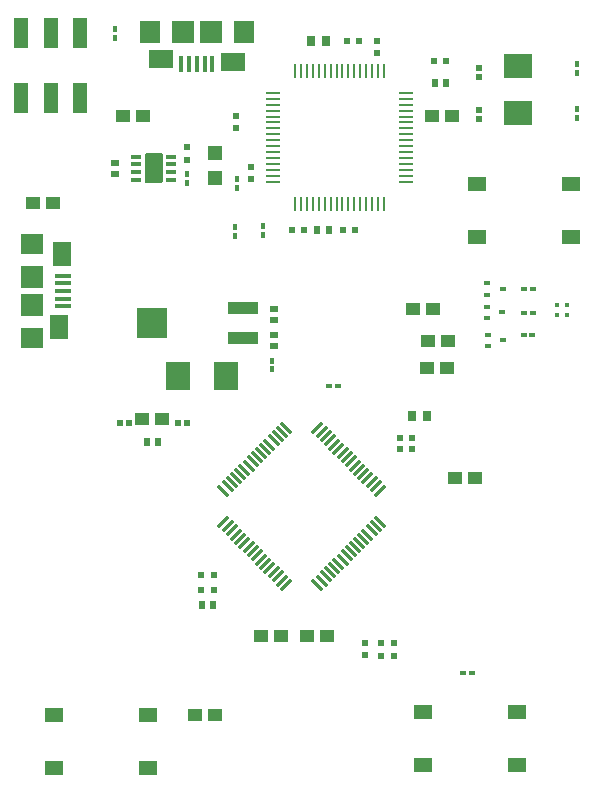
<source format=gtp>
%FSDAX23Y23*%
%MOIN*%
%SFA1B1*%

%IPPOS*%
%AMD37*
4,1,8,-0.016700,0.004900,-0.016700,-0.004900,-0.014700,-0.006900,0.014700,-0.006900,0.016700,-0.004900,0.016700,0.004900,0.014700,0.006900,-0.014700,0.006900,-0.016700,0.004900,0.0*
1,1,0.004000,-0.014700,0.004900*
1,1,0.004000,-0.014700,-0.004900*
1,1,0.004000,0.014700,-0.004900*
1,1,0.004000,0.014700,0.004900*
%
%AMD38*
4,1,8,-0.029500,0.047100,-0.029500,-0.047100,-0.027500,-0.049200,0.027500,-0.049200,0.029500,-0.047100,0.029500,0.047100,0.027500,0.049200,-0.027500,0.049200,-0.029500,0.047100,0.0*
1,1,0.004140,-0.027500,0.047100*
1,1,0.004140,-0.027500,-0.047100*
1,1,0.004140,0.027500,-0.047100*
1,1,0.004140,0.027500,0.047100*
%
%AMD39*
4,1,8,-0.019500,-0.015300,-0.015300,-0.019500,-0.012500,-0.019400,0.019400,0.012500,0.019500,0.015300,0.015300,0.019500,0.012500,0.019400,-0.019400,-0.012500,-0.019500,-0.015300,0.0*
1,1,0.003940,-0.018100,-0.013900*
1,1,0.003940,-0.013900,-0.018100*
1,1,0.003940,0.018100,0.013900*
1,1,0.003940,0.013900,0.018100*
%
%AMD40*
4,1,8,0.015300,-0.019500,0.019500,-0.015300,0.019400,-0.012500,-0.012500,0.019400,-0.015300,0.019500,-0.019500,0.015300,-0.019400,0.012500,0.012500,-0.019400,0.015300,-0.019500,0.0*
1,1,0.003940,0.013900,-0.018100*
1,1,0.003940,0.018100,-0.013900*
1,1,0.003940,-0.013900,0.018100*
1,1,0.003940,-0.018100,0.013900*
%
%AMD41*
4,1,8,0.003000,0.024600,-0.003000,0.024600,-0.004900,0.022600,-0.004900,-0.022600,-0.003000,-0.024600,0.003000,-0.024600,0.004900,-0.022600,0.004900,0.022600,0.003000,0.024600,0.0*
1,1,0.003940,0.003000,0.022600*
1,1,0.003940,-0.003000,0.022600*
1,1,0.003940,-0.003000,-0.022600*
1,1,0.003940,0.003000,-0.022600*
%
%AMD42*
4,1,8,-0.024600,0.003000,-0.024600,-0.003000,-0.022600,-0.004900,0.022600,-0.004900,0.024600,-0.003000,0.024600,0.003000,0.022600,0.004900,-0.022600,0.004900,-0.024600,0.003000,0.0*
1,1,0.003940,-0.022600,0.003000*
1,1,0.003940,-0.022600,-0.003000*
1,1,0.003940,0.022600,-0.003000*
1,1,0.003940,0.022600,0.003000*
%
%ADD15R,0.053150X0.015750*%
%ADD16R,0.062990X0.082680*%
%ADD17R,0.074800X0.070870*%
%ADD18R,0.074800X0.074800*%
%ADD19R,0.070870X0.074800*%
%ADD20R,0.074800X0.074800*%
%ADD21R,0.082680X0.062990*%
%ADD22R,0.015750X0.053150*%
%ADD23R,0.020470X0.021260*%
%ADD24R,0.021260X0.020470*%
%ADD25R,0.078740X0.094490*%
%ADD26R,0.094490X0.078740*%
%ADD27R,0.045530X0.041820*%
%ADD28R,0.019680X0.017720*%
%ADD29R,0.017720X0.019680*%
%ADD30R,0.020000X0.014020*%
%ADD31R,0.029530X0.033470*%
%ADD32R,0.047240X0.047240*%
%ADD33R,0.047240X0.098430*%
%ADD34R,0.061020X0.051180*%
%ADD35R,0.023620X0.025200*%
%ADD36R,0.025200X0.023620*%
G04~CAMADD=37~8~0.0~0.0~137.8~334.7~20.0~0.0~15~0.0~0.0~0.0~0.0~0~0.0~0.0~0.0~0.0~0~0.0~0.0~0.0~90.0~334.0~138.0*
%ADD37D37*%
G04~CAMADD=38~8~0.0~0.0~984.3~590.6~20.7~0.0~15~0.0~0.0~0.0~0.0~0~0.0~0.0~0.0~0.0~0~0.0~0.0~0.0~90.0~590.0~984.0*
%ADD38D38*%
G04~CAMADD=39~8~0.0~0.0~98.4~492.1~19.7~0.0~15~0.0~0.0~0.0~0.0~0~0.0~0.0~0.0~0.0~0~0.0~0.0~0.0~135.0~400.0~400.0*
%ADD39D39*%
G04~CAMADD=40~8~0.0~0.0~98.4~492.1~19.7~0.0~15~0.0~0.0~0.0~0.0~0~0.0~0.0~0.0~0.0~0~0.0~0.0~0.0~225.0~400.0~400.0*
%ADD40D40*%
G04~CAMADD=41~8~0.0~0.0~98.4~492.1~19.7~0.0~15~0.0~0.0~0.0~0.0~0~0.0~0.0~0.0~0.0~0~0.0~0.0~0.0~0.0~98.4~492.1*
%ADD41D41*%
G04~CAMADD=42~8~0.0~0.0~98.4~492.1~19.7~0.0~15~0.0~0.0~0.0~0.0~0~0.0~0.0~0.0~0.0~0~0.0~0.0~0.0~90.0~492.0~98.0*
%ADD42D42*%
%ADD43R,0.023620X0.023620*%
%ADD44R,0.023620X0.023620*%
%ADD45R,0.017720X0.017720*%
%ADD46R,0.098430X0.039370*%
%ADD47R,0.098430X0.098430*%
%LNtivac-1*%
%LPD*%
G54D15*
X00228Y01713D03*
Y01688D03*
Y01662D03*
Y01637D03*
Y01611D03*
G54D16*
X00223Y01784D03*
X00213Y01542D03*
G54D17*
X00123Y01820D03*
Y01505D03*
G54D18*
X00123Y01710D03*
Y01615D03*
G54D19*
X00516Y02525D03*
X00831D03*
G54D20*
X00626Y02525D03*
X00720D03*
G54D21*
X00553Y02435D03*
X00795Y02424D03*
G54D22*
X00622Y02419D03*
X00647D03*
X00673D03*
X00699D03*
X00724D03*
G54D23*
X01613Y02405D03*
Y02375D03*
Y02234D03*
Y02265D03*
G54D24*
X00417Y01223D03*
X00448D03*
X00641D03*
X00610D03*
G54D25*
X00612Y01380D03*
X00769D03*
G54D26*
X01745Y02255D03*
Y02412D03*
G54D27*
X01601Y01040D03*
X01534D03*
X01462Y01601D03*
X01395D03*
X00886Y00512D03*
X00953D03*
X01041D03*
X01108D03*
X01444Y01495D03*
X01511D03*
X01440Y01406D03*
X01507D03*
X00666Y00250D03*
X00733D03*
X00193Y01955D03*
X00126D03*
X00428Y02246D03*
X00495D03*
X01523Y02245D03*
X01456D03*
X00556Y01234D03*
X00489D03*
G54D28*
X01792Y01514D03*
X01763D03*
X01794Y01590D03*
X01765D03*
X01794Y01670D03*
X01765D03*
X01560Y00390D03*
X01589D03*
X01115Y01345D03*
X01144D03*
G54D29*
X00800Y01845D03*
Y01874D03*
X00807Y02005D03*
Y02034D03*
X01940Y02269D03*
Y02240D03*
Y02420D03*
Y02390D03*
X00895Y01848D03*
Y01878D03*
X00400Y02505D03*
Y02534D03*
X00640Y02051D03*
Y02021D03*
X00924Y01430D03*
Y01401D03*
G54D30*
X01644Y01517D03*
Y01478D03*
X01695Y01498D03*
X01642Y01688D03*
Y01649D03*
X01693Y01669D03*
X01641Y01610D03*
Y01571D03*
X01692Y01591D03*
G54D31*
X01055Y02495D03*
X01104D03*
X01392Y01247D03*
X01441D03*
G54D32*
X00735Y02038D03*
Y02121D03*
G54D33*
X00186Y02521D03*
Y02305D03*
X00088D03*
Y02521D03*
X00285D03*
Y02305D03*
G54D34*
X00198Y00071D03*
Y00248D03*
X00511D03*
Y00071D03*
X01428Y00081D03*
Y00258D03*
X01741D03*
Y00081D03*
X01921Y02018D03*
Y01841D03*
X01608D03*
Y02018D03*
G54D35*
X01503Y02355D03*
X01466D03*
X01113Y01865D03*
X01075D03*
X00543Y01158D03*
X00506D03*
X00689Y00614D03*
X00727D03*
G54D36*
X00400Y02052D03*
Y02090D03*
X00930Y01517D03*
Y01479D03*
Y01603D03*
Y01566D03*
G54D37*
X00471Y02109D03*
Y02084D03*
Y02058D03*
Y02032D03*
X00588Y02109D03*
Y02084D03*
Y02058D03*
Y02032D03*
G54D38*
X00530Y02071D03*
G54D39*
X00971Y00683D03*
X00957Y00697D03*
X00943Y00711D03*
X00929Y00725D03*
X00915Y00739D03*
X00901Y00753D03*
X00887Y00767D03*
X00873Y00781D03*
X00860Y00795D03*
X00846Y00809D03*
X00832Y00823D03*
X00818Y00837D03*
X00804Y00850D03*
X00790Y00864D03*
X00776Y00878D03*
X00762Y00892D03*
X01075Y01205D03*
X01089Y01191D03*
X01103Y01178D03*
X01117Y01164D03*
X01131Y01150D03*
X01145Y01136D03*
X01159Y01122D03*
X01173Y01108D03*
X01187Y01094D03*
X01201Y01080D03*
X01215Y01066D03*
X01228Y01052D03*
X01242Y01038D03*
X01256Y01024D03*
X01270Y01011D03*
X01284Y00997D03*
G54D40*
X00762Y00997D03*
X00776Y01011D03*
X00790Y01024D03*
X00804Y01038D03*
X00818Y01052D03*
X00832Y01066D03*
X00846Y01080D03*
X00860Y01094D03*
X00873Y01108D03*
X00887Y01122D03*
X00901Y01136D03*
X00915Y01150D03*
X00929Y01164D03*
X00943Y01178D03*
X00957Y01191D03*
X00971Y01205D03*
X01284Y00892D03*
X01270Y00878D03*
X01256Y00864D03*
X01242Y00850D03*
X01228Y00837D03*
X01215Y00823D03*
X01201Y00809D03*
X01187Y00795D03*
X01173Y00781D03*
X01159Y00767D03*
X01145Y00753D03*
X01131Y00739D03*
X01117Y00725D03*
X01103Y00711D03*
X01089Y00697D03*
X01075Y00683D03*
G54D41*
X01001Y02396D03*
X01021D03*
X01040D03*
X01060D03*
X01080D03*
X01099D03*
X01119D03*
X01139D03*
X01158D03*
X01178D03*
X01198D03*
X01218D03*
X01237D03*
X01257D03*
X01277D03*
X01296D03*
Y01953D03*
X01277D03*
X01257D03*
X01237D03*
X01218D03*
X01198D03*
X01178D03*
X01158D03*
X01139D03*
X01119D03*
X01099D03*
X01080D03*
X01060D03*
X01040D03*
X01021D03*
X01001D03*
G54D42*
X01370Y02322D03*
Y02302D03*
Y02283D03*
Y02263D03*
Y02243D03*
Y02224D03*
Y02204D03*
Y02184D03*
Y02165D03*
Y02145D03*
Y02125D03*
Y02106D03*
Y02086D03*
Y02066D03*
Y02047D03*
Y02027D03*
X00927D03*
Y02047D03*
Y02066D03*
Y02086D03*
Y02106D03*
Y02125D03*
Y02145D03*
Y02165D03*
Y02184D03*
Y02204D03*
Y02224D03*
Y02243D03*
Y02263D03*
Y02283D03*
Y02302D03*
Y02322D03*
G54D43*
X01391Y01135D03*
X01350D03*
X00729Y00714D03*
X00687D03*
X01329Y00445D03*
X01288D03*
X01329Y00490D03*
X01288D03*
X01391Y01173D03*
X01350D03*
X01159Y01865D03*
X01200D03*
X01505Y02430D03*
X01463D03*
X00989Y01865D03*
X01030D03*
X01215Y02495D03*
X01174D03*
X00687Y00664D03*
X00729D03*
G54D44*
X01235Y00449D03*
Y00490D03*
X00805Y02245D03*
Y02204D03*
X00640Y02100D03*
Y02141D03*
X01275Y02495D03*
Y02454D03*
X00855Y02075D03*
Y02034D03*
G54D45*
X01873Y01614D03*
Y01581D03*
X01906D03*
Y01614D03*
G54D46*
X00828Y01507D03*
Y01606D03*
G54D47*
X00523Y01557D03*
M02*
</source>
